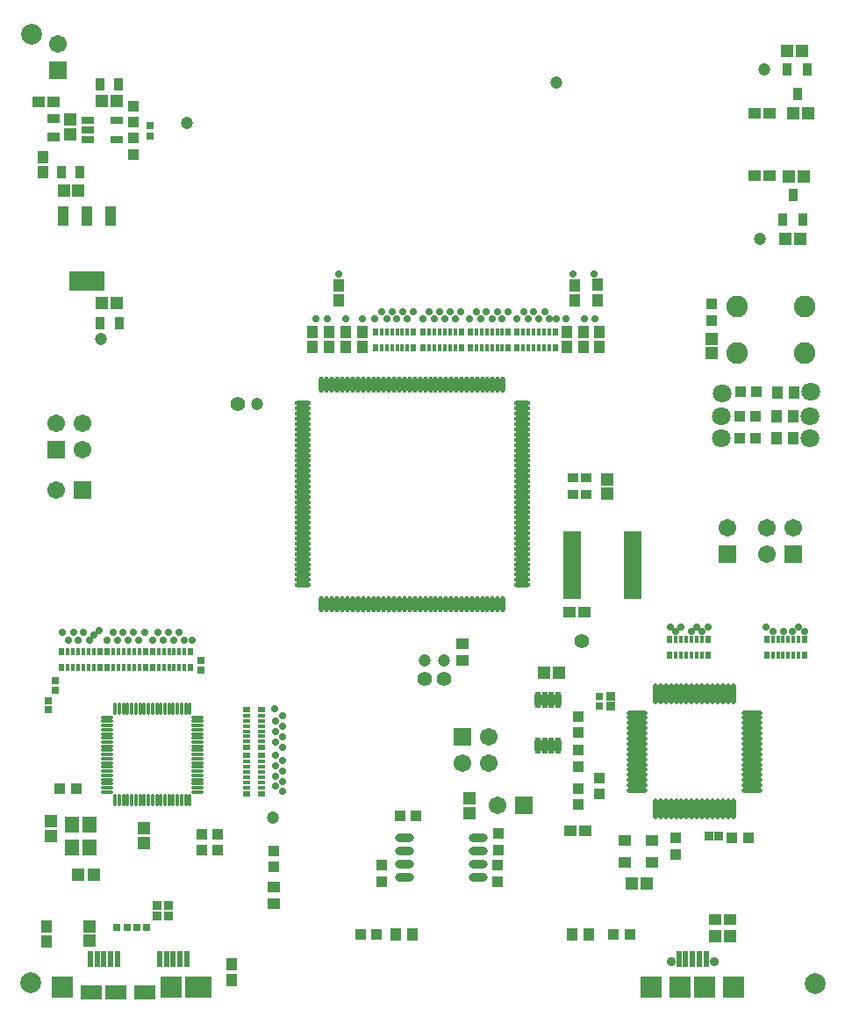
<source format=gts>
G04*
G04 #@! TF.GenerationSoftware,Altium Limited,Altium Designer,20.1.7 (139)*
G04*
G04 Layer_Color=8388736*
%FSLAX25Y25*%
%MOIN*%
G70*
G04*
G04 #@! TF.SameCoordinates,F1024F09-50C5-4513-BE08-2A4FEE95A773*
G04*
G04*
G04 #@! TF.FilePolarity,Negative*
G04*
G01*
G75*
%ADD64R,0.04147X0.04343*%
%ADD65R,0.03950X0.04540*%
%ADD66C,0.02769*%
%ADD67R,0.02473X0.02769*%
%ADD68R,0.01784X0.02769*%
%ADD69R,0.04343X0.04540*%
%ADD70C,0.04737*%
%ADD71R,0.05524X0.06312*%
%ADD72R,0.04343X0.03950*%
%ADD73O,0.02572X0.06312*%
%ADD74R,0.04540X0.04343*%
%ADD75R,0.06607X0.02572*%
%ADD76R,0.02769X0.02473*%
%ADD77R,0.02769X0.01784*%
%ADD78R,0.03477X0.03477*%
%ADD79R,0.03477X0.03477*%
%ADD80R,0.03359X0.04540*%
%ADD81R,0.03084X0.03005*%
%ADD82R,0.04934X0.04737*%
%ADD83R,0.04737X0.04934*%
%ADD84O,0.01587X0.04540*%
%ADD85O,0.04540X0.01587*%
%ADD86O,0.07296X0.03162*%
%ADD87R,0.04540X0.03950*%
%ADD88R,0.04343X0.04147*%
%ADD89R,0.02965X0.02965*%
%ADD90C,0.07874*%
%ADD91R,0.03005X0.03084*%
%ADD92R,0.04540X0.05131*%
%ADD93O,0.01784X0.06312*%
%ADD94O,0.06312X0.01784*%
%ADD95R,0.02375X0.06115*%
%ADD96R,0.07887X0.08280*%
%ADD97R,0.08280X0.08280*%
%ADD98R,0.04737X0.03162*%
%ADD99R,0.03950X0.03556*%
%ADD100R,0.04737X0.03950*%
%ADD101R,0.05131X0.04540*%
%ADD102R,0.08280X0.05524*%
%ADD103R,0.09855X0.08280*%
%ADD104R,0.04540X0.04540*%
%ADD105O,0.07887X0.01981*%
%ADD106O,0.01981X0.07887*%
%ADD107R,0.03950X0.04343*%
%ADD108R,0.03753X0.04737*%
%ADD109R,0.13398X0.07690*%
%ADD110R,0.04343X0.07690*%
%ADD111R,0.04737X0.03753*%
%ADD112C,0.05521*%
%ADD113C,0.06706*%
%ADD114R,0.06706X0.06706*%
%ADD115C,0.07096*%
%ADD116R,0.06706X0.06706*%
%ADD117C,0.08200*%
%ADD118C,0.03556*%
D64*
X241252Y34595D02*
D03*
X247354D02*
D03*
X30972Y89784D02*
D03*
X37075D02*
D03*
X295236Y222921D02*
D03*
X289134D02*
D03*
X295236Y231102D02*
D03*
X289134D02*
D03*
X295449Y240354D02*
D03*
X289347D02*
D03*
X160213Y79362D02*
D03*
X166315D02*
D03*
X145027Y34595D02*
D03*
X151130D02*
D03*
X90878Y72638D02*
D03*
X84776D02*
D03*
X84787Y66445D02*
D03*
X90890D02*
D03*
D65*
X225370Y34595D02*
D03*
X231866D02*
D03*
X303118Y222862D02*
D03*
X309614D02*
D03*
X303118Y231102D02*
D03*
X309614D02*
D03*
X303331Y240248D02*
D03*
X309827D02*
D03*
X164827Y34595D02*
D03*
X158331D02*
D03*
D66*
X233933Y285083D02*
D03*
X219661Y268091D02*
D03*
X207035Y270776D02*
D03*
X210878D02*
D03*
X215142D02*
D03*
X189028D02*
D03*
X192965D02*
D03*
X197012D02*
D03*
X201213D02*
D03*
X171075D02*
D03*
X175012D02*
D03*
X179059D02*
D03*
X183260D02*
D03*
X153067D02*
D03*
X157004D02*
D03*
X161051D02*
D03*
X165252D02*
D03*
X216760Y268094D02*
D03*
X212803D02*
D03*
X208917D02*
D03*
X204594D02*
D03*
X198961D02*
D03*
X195000D02*
D03*
X190961D02*
D03*
X186594D02*
D03*
X181083D02*
D03*
X177122D02*
D03*
X173122D02*
D03*
X168720D02*
D03*
X162961D02*
D03*
X158961D02*
D03*
X155000D02*
D03*
X150571D02*
D03*
X223217D02*
D03*
X225917Y285083D02*
D03*
X234035Y268094D02*
D03*
X230039Y268079D02*
D03*
X145961Y268094D02*
D03*
X139449D02*
D03*
X136945Y285083D02*
D03*
X132405Y268094D02*
D03*
X128205D02*
D03*
X277020Y151311D02*
D03*
X274740Y149488D02*
D03*
X272799Y151311D02*
D03*
X270732Y149488D02*
D03*
X266850Y151311D02*
D03*
X264910Y149488D02*
D03*
X262673Y151311D02*
D03*
X313768Y149488D02*
D03*
X311535Y151311D02*
D03*
X309197Y149488D02*
D03*
X305685D02*
D03*
X301847D02*
D03*
X299051Y151311D02*
D03*
X48988Y146272D02*
D03*
X115362Y88784D02*
D03*
Y92524D02*
D03*
Y96622D02*
D03*
Y100543D02*
D03*
Y105366D02*
D03*
Y109358D02*
D03*
Y113571D02*
D03*
Y117453D02*
D03*
X112748Y90697D02*
D03*
Y94614D02*
D03*
Y98606D02*
D03*
Y102527D02*
D03*
Y107504D02*
D03*
Y111583D02*
D03*
Y115539D02*
D03*
X112437Y120153D02*
D03*
X31878Y149240D02*
D03*
X34051Y146272D02*
D03*
X36122Y149240D02*
D03*
X37972Y146272D02*
D03*
X39941Y149240D02*
D03*
X42016Y146071D02*
D03*
X43976Y148059D02*
D03*
X45980Y149969D02*
D03*
X51024Y149240D02*
D03*
X52979Y146272D02*
D03*
X54937Y149240D02*
D03*
X56897Y146272D02*
D03*
X58854Y149240D02*
D03*
X60791Y146272D02*
D03*
X63028Y149240D02*
D03*
X66144Y146272D02*
D03*
X68193Y149240D02*
D03*
X70205Y146272D02*
D03*
X72134Y149240D02*
D03*
X74138Y146272D02*
D03*
X76256Y149240D02*
D03*
X78035Y146272D02*
D03*
X81118D02*
D03*
D67*
X204659Y257201D02*
D03*
X219128D02*
D03*
Y263106D02*
D03*
X204659D02*
D03*
X186809Y257201D02*
D03*
X201278D02*
D03*
Y263106D02*
D03*
X186809D02*
D03*
X150782Y257201D02*
D03*
X165250D02*
D03*
Y263106D02*
D03*
X150782D02*
D03*
X168939Y257201D02*
D03*
X183407D02*
D03*
Y263106D02*
D03*
X168939D02*
D03*
X66087Y141844D02*
D03*
X80555D02*
D03*
Y135939D02*
D03*
X66087D02*
D03*
X48868Y135941D02*
D03*
X63337D02*
D03*
Y141847D02*
D03*
X48868D02*
D03*
X262636Y146453D02*
D03*
X277104D02*
D03*
Y140547D02*
D03*
X262636D02*
D03*
X31632Y135941D02*
D03*
X46100D02*
D03*
Y141847D02*
D03*
X31632D02*
D03*
X299408Y146382D02*
D03*
X313876D02*
D03*
Y140476D02*
D03*
X299408D02*
D03*
D68*
X206972Y257201D02*
D03*
X208941D02*
D03*
X210910D02*
D03*
X212878D02*
D03*
X214846D02*
D03*
X216815D02*
D03*
Y263106D02*
D03*
X214846D02*
D03*
X212878D02*
D03*
X210910D02*
D03*
X208941D02*
D03*
X206972D02*
D03*
X189122Y257201D02*
D03*
X191091D02*
D03*
X193059D02*
D03*
X195028D02*
D03*
X196996D02*
D03*
X198965D02*
D03*
Y263106D02*
D03*
X196996D02*
D03*
X195028D02*
D03*
X193059D02*
D03*
X191091D02*
D03*
X189122D02*
D03*
X153094Y257201D02*
D03*
X155063D02*
D03*
X157032D02*
D03*
X159000D02*
D03*
X160968D02*
D03*
X162937D02*
D03*
Y263106D02*
D03*
X160968D02*
D03*
X159000D02*
D03*
X157032D02*
D03*
X155063D02*
D03*
X153094D02*
D03*
X171252Y257201D02*
D03*
X173221D02*
D03*
X175189D02*
D03*
X177157D02*
D03*
X179126D02*
D03*
X181095D02*
D03*
Y263106D02*
D03*
X179126D02*
D03*
X177157D02*
D03*
X175189D02*
D03*
X173221D02*
D03*
X171252D02*
D03*
X68400Y141844D02*
D03*
X70368D02*
D03*
X72337D02*
D03*
X74305D02*
D03*
X76274D02*
D03*
X78242D02*
D03*
Y135939D02*
D03*
X76274D02*
D03*
X74305D02*
D03*
X72337D02*
D03*
X70368D02*
D03*
X68400D02*
D03*
X51181Y135941D02*
D03*
X53150D02*
D03*
X55118D02*
D03*
X57087D02*
D03*
X59055D02*
D03*
X61024D02*
D03*
Y141847D02*
D03*
X59055D02*
D03*
X57087D02*
D03*
X55118D02*
D03*
X53150D02*
D03*
X51181D02*
D03*
X264949Y146453D02*
D03*
X266917D02*
D03*
X268886D02*
D03*
X270854D02*
D03*
X272823D02*
D03*
X274791D02*
D03*
Y140547D02*
D03*
X272823D02*
D03*
X270854D02*
D03*
X268886D02*
D03*
X266917D02*
D03*
X264949D02*
D03*
X33945Y135941D02*
D03*
X35913D02*
D03*
X37882D02*
D03*
X39850D02*
D03*
X41819D02*
D03*
X43787D02*
D03*
Y141847D02*
D03*
X41819D02*
D03*
X39850D02*
D03*
X37882D02*
D03*
X35913D02*
D03*
X33945D02*
D03*
X301720Y146382D02*
D03*
X303689D02*
D03*
X305658D02*
D03*
X307626D02*
D03*
X309594D02*
D03*
X311563D02*
D03*
Y140476D02*
D03*
X309594D02*
D03*
X307626D02*
D03*
X305658D02*
D03*
X303689D02*
D03*
X301720D02*
D03*
D69*
X235047Y275319D02*
D03*
Y281028D02*
D03*
X229720Y257445D02*
D03*
Y263154D02*
D03*
X226465Y275075D02*
D03*
Y280784D02*
D03*
X139417Y257445D02*
D03*
Y263154D02*
D03*
X136858Y275043D02*
D03*
Y280752D02*
D03*
X223654Y263154D02*
D03*
Y257445D02*
D03*
X235795Y263154D02*
D03*
Y257445D02*
D03*
X145689Y263154D02*
D03*
Y257445D02*
D03*
X133055Y263154D02*
D03*
Y257445D02*
D03*
X126689Y263154D02*
D03*
Y257445D02*
D03*
X24382Y329488D02*
D03*
Y323780D02*
D03*
X96028Y17331D02*
D03*
Y23039D02*
D03*
X25902Y31969D02*
D03*
Y37677D02*
D03*
D70*
X176677Y138445D02*
D03*
X169528D02*
D03*
X105673Y235957D02*
D03*
X219614Y357732D02*
D03*
X79232Y342512D02*
D03*
X46331Y260358D02*
D03*
X296909Y298516D02*
D03*
X298559Y362791D02*
D03*
X111799Y78980D02*
D03*
D71*
X35587Y67362D02*
D03*
Y76024D02*
D03*
X42279D02*
D03*
Y67362D02*
D03*
D72*
X227787Y104601D02*
D03*
Y98302D02*
D03*
X58866Y330602D02*
D03*
Y336902D02*
D03*
D73*
X212449Y106238D02*
D03*
X215008D02*
D03*
X217567D02*
D03*
X220126D02*
D03*
X212449Y123561D02*
D03*
X215008D02*
D03*
X217567D02*
D03*
X220126D02*
D03*
D74*
X230177Y156697D02*
D03*
X224468D02*
D03*
X294870Y346110D02*
D03*
X300579D02*
D03*
X294874Y322362D02*
D03*
X300583D02*
D03*
X28409Y350472D02*
D03*
X22701D02*
D03*
X230622Y73965D02*
D03*
X224913D02*
D03*
X279866Y40185D02*
D03*
X285575D02*
D03*
D75*
X225390Y186138D02*
D03*
Y183579D02*
D03*
Y181020D02*
D03*
Y178461D02*
D03*
Y175902D02*
D03*
Y173343D02*
D03*
Y170783D02*
D03*
Y168224D02*
D03*
Y165665D02*
D03*
Y163106D02*
D03*
X248524D02*
D03*
Y165665D02*
D03*
Y168224D02*
D03*
Y170783D02*
D03*
Y173343D02*
D03*
Y175902D02*
D03*
Y178461D02*
D03*
Y181020D02*
D03*
Y183579D02*
D03*
Y186138D02*
D03*
D76*
X107602Y102380D02*
D03*
Y87911D02*
D03*
X101697D02*
D03*
Y102380D02*
D03*
Y119896D02*
D03*
Y105427D02*
D03*
X107602D02*
D03*
Y119896D02*
D03*
D77*
Y100067D02*
D03*
Y98098D02*
D03*
Y96130D02*
D03*
Y94161D02*
D03*
Y92193D02*
D03*
Y90224D02*
D03*
X101697D02*
D03*
Y92193D02*
D03*
Y94161D02*
D03*
Y96130D02*
D03*
Y98098D02*
D03*
Y100067D02*
D03*
Y117583D02*
D03*
Y115614D02*
D03*
Y113646D02*
D03*
Y111677D02*
D03*
Y109709D02*
D03*
Y107740D02*
D03*
X107602D02*
D03*
Y109709D02*
D03*
Y111677D02*
D03*
Y113646D02*
D03*
Y115614D02*
D03*
Y117583D02*
D03*
D78*
X240299Y121307D02*
D03*
Y125008D02*
D03*
X67953Y41681D02*
D03*
Y45382D02*
D03*
X72244D02*
D03*
Y41681D02*
D03*
D79*
X277362Y71988D02*
D03*
X281063D02*
D03*
D80*
X311047Y353457D02*
D03*
X307307Y362709D02*
D03*
X314787D02*
D03*
X305598Y305878D02*
D03*
X313079D02*
D03*
X309339Y315130D02*
D03*
D81*
X235858Y121209D02*
D03*
Y124988D02*
D03*
X65102Y337646D02*
D03*
Y341425D02*
D03*
D82*
X43874Y57339D02*
D03*
X37969D02*
D03*
X309335Y346142D02*
D03*
X315240D02*
D03*
X312945Y370000D02*
D03*
X307039D02*
D03*
X312315Y298362D02*
D03*
X306409D02*
D03*
X307693Y322152D02*
D03*
X313598D02*
D03*
D83*
X27411Y77636D02*
D03*
Y71730D02*
D03*
D84*
X51923Y120024D02*
D03*
X53498D02*
D03*
X55073D02*
D03*
X56648D02*
D03*
X58222D02*
D03*
X59797D02*
D03*
X61372D02*
D03*
X62947D02*
D03*
X64522D02*
D03*
X66096D02*
D03*
X67671D02*
D03*
X69246D02*
D03*
X70821D02*
D03*
X72396D02*
D03*
X73970D02*
D03*
X75545D02*
D03*
X77120D02*
D03*
X78695D02*
D03*
X80270D02*
D03*
Y85575D02*
D03*
X78695D02*
D03*
X77120D02*
D03*
X75545D02*
D03*
X73970D02*
D03*
X72396D02*
D03*
X70821D02*
D03*
X69246D02*
D03*
X67671D02*
D03*
X66096D02*
D03*
X64522D02*
D03*
X62947D02*
D03*
X61372D02*
D03*
X59797D02*
D03*
X58222D02*
D03*
X56648D02*
D03*
X55073D02*
D03*
X53498D02*
D03*
X51923D02*
D03*
D85*
X83321Y116972D02*
D03*
Y115398D02*
D03*
Y113823D02*
D03*
Y112248D02*
D03*
Y110673D02*
D03*
Y109098D02*
D03*
Y107524D02*
D03*
Y105949D02*
D03*
Y104374D02*
D03*
Y102799D02*
D03*
Y101224D02*
D03*
Y99650D02*
D03*
Y98075D02*
D03*
Y96500D02*
D03*
Y94925D02*
D03*
Y93350D02*
D03*
Y91776D02*
D03*
Y90201D02*
D03*
Y88626D02*
D03*
X48872D02*
D03*
Y90201D02*
D03*
Y91776D02*
D03*
Y93350D02*
D03*
Y94925D02*
D03*
Y96500D02*
D03*
Y98075D02*
D03*
Y99650D02*
D03*
Y101224D02*
D03*
Y102799D02*
D03*
Y104374D02*
D03*
Y105949D02*
D03*
Y107524D02*
D03*
Y109098D02*
D03*
Y110673D02*
D03*
Y112248D02*
D03*
Y113823D02*
D03*
Y115398D02*
D03*
Y116972D02*
D03*
D86*
X189850Y56177D02*
D03*
Y61177D02*
D03*
Y66177D02*
D03*
Y71177D02*
D03*
X161701Y56177D02*
D03*
Y61177D02*
D03*
Y66177D02*
D03*
Y71177D02*
D03*
D87*
X112232Y52535D02*
D03*
Y46039D02*
D03*
X183945Y144980D02*
D03*
Y138484D02*
D03*
D88*
X112134Y60051D02*
D03*
Y66154D02*
D03*
X278587Y273744D02*
D03*
Y267642D02*
D03*
X58803Y342748D02*
D03*
Y348850D02*
D03*
X197275Y54626D02*
D03*
Y60728D02*
D03*
X227835Y117240D02*
D03*
Y111138D02*
D03*
X235772Y94000D02*
D03*
Y87898D02*
D03*
X227837Y89858D02*
D03*
Y83756D02*
D03*
X264811Y71027D02*
D03*
Y64925D02*
D03*
X197563Y72768D02*
D03*
Y66665D02*
D03*
X153276Y54626D02*
D03*
Y60728D02*
D03*
D89*
X26508Y123319D02*
D03*
Y119776D02*
D03*
X29055Y130701D02*
D03*
Y127157D02*
D03*
X84492Y134937D02*
D03*
Y138480D02*
D03*
D90*
X19748Y16232D02*
D03*
X20122Y376035D02*
D03*
X317764Y15894D02*
D03*
D91*
X56343Y37248D02*
D03*
X60126Y37315D02*
D03*
X63906D02*
D03*
X52563Y37248D02*
D03*
D92*
X278579Y260653D02*
D03*
Y255142D02*
D03*
X238957Y201687D02*
D03*
Y207199D02*
D03*
X186602Y86146D02*
D03*
Y80634D02*
D03*
X42268Y32032D02*
D03*
Y37543D02*
D03*
X34913Y343740D02*
D03*
Y338228D02*
D03*
D93*
X130327Y243311D02*
D03*
X132295D02*
D03*
X134264D02*
D03*
X136232D02*
D03*
X138201D02*
D03*
X140169D02*
D03*
X142138D02*
D03*
X144106D02*
D03*
X146075D02*
D03*
X148043D02*
D03*
X150012D02*
D03*
X151980D02*
D03*
X153949D02*
D03*
X155917D02*
D03*
X157886D02*
D03*
X159854D02*
D03*
X161823D02*
D03*
X163791D02*
D03*
X165760D02*
D03*
X167728D02*
D03*
X169697D02*
D03*
X171665D02*
D03*
X173634D02*
D03*
X175602D02*
D03*
X177571D02*
D03*
X179539D02*
D03*
X181508D02*
D03*
X183476D02*
D03*
X185445D02*
D03*
X187413D02*
D03*
X189382D02*
D03*
X191350D02*
D03*
X193319D02*
D03*
X195287D02*
D03*
X197256D02*
D03*
X199224D02*
D03*
Y159846D02*
D03*
X197256D02*
D03*
X195287D02*
D03*
X193319D02*
D03*
X191350D02*
D03*
X189382D02*
D03*
X187413D02*
D03*
X185445D02*
D03*
X183476D02*
D03*
X181508D02*
D03*
X179539D02*
D03*
X177571D02*
D03*
X175602D02*
D03*
X173634D02*
D03*
X171665D02*
D03*
X169697D02*
D03*
X167728D02*
D03*
X165760D02*
D03*
X163791D02*
D03*
X161823D02*
D03*
X159854D02*
D03*
X157886D02*
D03*
X155917D02*
D03*
X153949D02*
D03*
X151980D02*
D03*
X150012D02*
D03*
X148043D02*
D03*
X146075D02*
D03*
X144106D02*
D03*
X142138D02*
D03*
X140169D02*
D03*
X138201D02*
D03*
X136232D02*
D03*
X134264D02*
D03*
X132295D02*
D03*
X130327D02*
D03*
D94*
X206508Y236028D02*
D03*
Y234059D02*
D03*
Y232091D02*
D03*
Y230122D02*
D03*
Y228154D02*
D03*
Y226185D02*
D03*
Y224217D02*
D03*
Y222248D02*
D03*
Y220280D02*
D03*
Y218311D02*
D03*
Y216343D02*
D03*
Y214374D02*
D03*
Y212406D02*
D03*
Y210437D02*
D03*
Y208469D02*
D03*
Y206500D02*
D03*
Y204531D02*
D03*
Y202563D02*
D03*
Y200594D02*
D03*
Y198626D02*
D03*
Y196657D02*
D03*
Y194689D02*
D03*
Y192720D02*
D03*
Y190752D02*
D03*
Y188783D02*
D03*
Y186815D02*
D03*
Y184846D02*
D03*
Y182878D02*
D03*
Y180909D02*
D03*
Y178941D02*
D03*
Y176972D02*
D03*
Y175004D02*
D03*
Y173035D02*
D03*
Y171067D02*
D03*
Y169098D02*
D03*
Y167130D02*
D03*
X123043D02*
D03*
Y169098D02*
D03*
Y171067D02*
D03*
Y173035D02*
D03*
Y175004D02*
D03*
Y176972D02*
D03*
Y178941D02*
D03*
Y180909D02*
D03*
Y182878D02*
D03*
Y184846D02*
D03*
Y186815D02*
D03*
Y188783D02*
D03*
Y190752D02*
D03*
Y192720D02*
D03*
Y194689D02*
D03*
Y196657D02*
D03*
Y198626D02*
D03*
Y200594D02*
D03*
Y202563D02*
D03*
Y204531D02*
D03*
Y206500D02*
D03*
Y208469D02*
D03*
Y210437D02*
D03*
Y212406D02*
D03*
Y214374D02*
D03*
Y216343D02*
D03*
Y218311D02*
D03*
Y220280D02*
D03*
Y222248D02*
D03*
Y224217D02*
D03*
Y226185D02*
D03*
Y228154D02*
D03*
Y230122D02*
D03*
Y232091D02*
D03*
Y234059D02*
D03*
Y236028D02*
D03*
D95*
X273772Y25028D02*
D03*
X271213D02*
D03*
X268654D02*
D03*
X276331D02*
D03*
X266094D02*
D03*
X73941Y25037D02*
D03*
X42445D02*
D03*
X52681D02*
D03*
X45004D02*
D03*
X50122D02*
D03*
X76500D02*
D03*
X79059D02*
D03*
X47563D02*
D03*
X71382D02*
D03*
X68823D02*
D03*
D96*
X286961Y14496D02*
D03*
X255465D02*
D03*
X31815Y14506D02*
D03*
D97*
X275937Y14496D02*
D03*
X266488D02*
D03*
X73153Y14506D02*
D03*
D98*
X41508Y343583D02*
D03*
Y339843D02*
D03*
Y336102D02*
D03*
X52335D02*
D03*
Y343583D02*
D03*
D99*
X225957Y201396D02*
D03*
Y207892D02*
D03*
X230878Y201396D02*
D03*
Y207892D02*
D03*
D100*
X245650Y62000D02*
D03*
X255886D02*
D03*
Y70268D02*
D03*
X245650D02*
D03*
D101*
X285476Y33882D02*
D03*
X279965D02*
D03*
X214841Y133915D02*
D03*
X220352D02*
D03*
X248220Y53819D02*
D03*
X253732D02*
D03*
X46941Y350728D02*
D03*
X52453D02*
D03*
X32352Y316764D02*
D03*
X37863D02*
D03*
X46987Y274116D02*
D03*
X52499D02*
D03*
D102*
X42839Y12538D02*
D03*
X52287D02*
D03*
X63311D02*
D03*
D103*
X83390Y14506D02*
D03*
D104*
X62665Y75008D02*
D03*
Y69102D02*
D03*
D105*
X250063Y89157D02*
D03*
Y91126D02*
D03*
Y93094D02*
D03*
Y95063D02*
D03*
Y97032D02*
D03*
Y99000D02*
D03*
Y100969D02*
D03*
Y102937D02*
D03*
Y104906D02*
D03*
Y106874D02*
D03*
Y108843D02*
D03*
Y110811D02*
D03*
Y112780D02*
D03*
Y114748D02*
D03*
Y116717D02*
D03*
Y118685D02*
D03*
X293764D02*
D03*
Y116717D02*
D03*
Y114748D02*
D03*
Y112780D02*
D03*
Y110811D02*
D03*
Y108843D02*
D03*
Y106874D02*
D03*
Y104906D02*
D03*
Y102937D02*
D03*
Y100969D02*
D03*
Y99000D02*
D03*
Y97032D02*
D03*
Y95063D02*
D03*
Y93094D02*
D03*
Y91126D02*
D03*
Y89157D02*
D03*
D106*
X257150Y125772D02*
D03*
X259118D02*
D03*
X261087D02*
D03*
X263055D02*
D03*
X265024D02*
D03*
X266992D02*
D03*
X268961D02*
D03*
X270929D02*
D03*
X272898D02*
D03*
X274866D02*
D03*
X276835D02*
D03*
X278803D02*
D03*
X280772D02*
D03*
X282740D02*
D03*
X284709D02*
D03*
X286677D02*
D03*
Y82071D02*
D03*
X284709D02*
D03*
X282740D02*
D03*
X280772D02*
D03*
X278803D02*
D03*
X276835D02*
D03*
X274866D02*
D03*
X272898D02*
D03*
X270929D02*
D03*
X268961D02*
D03*
X266992D02*
D03*
X265024D02*
D03*
X263055D02*
D03*
X261087D02*
D03*
X259118D02*
D03*
X257150D02*
D03*
D107*
X286268Y71232D02*
D03*
X292567D02*
D03*
D108*
X46008Y357228D02*
D03*
X53094D02*
D03*
X38651Y323764D02*
D03*
X31564D02*
D03*
X53329Y266616D02*
D03*
X46243D02*
D03*
D109*
X41107Y282610D02*
D03*
D110*
X32052Y307217D02*
D03*
X41107D02*
D03*
X50163D02*
D03*
D111*
X28417Y337201D02*
D03*
Y344287D02*
D03*
D112*
X229142Y145689D02*
D03*
X176945Y131421D02*
D03*
X169602D02*
D03*
X98465Y235992D02*
D03*
D113*
X299532Y188847D02*
D03*
X309531D02*
D03*
X299532Y178847D02*
D03*
X284429Y188847D02*
D03*
X197157Y83473D02*
D03*
X39575Y228547D02*
D03*
Y218547D02*
D03*
X29575Y228547D02*
D03*
X29658Y203114D02*
D03*
X193705Y99614D02*
D03*
X183705D02*
D03*
X193705Y109614D02*
D03*
X30102Y372547D02*
D03*
D114*
X309531Y178847D02*
D03*
X284429D02*
D03*
X183705Y109614D02*
D03*
X30102Y362547D02*
D03*
D115*
X282213Y222689D02*
D03*
Y231319D02*
D03*
X315902Y222689D02*
D03*
Y231319D02*
D03*
X316114Y240496D02*
D03*
X282425Y239933D02*
D03*
D116*
X207157Y83473D02*
D03*
X29575Y218547D02*
D03*
X39658Y203114D02*
D03*
D117*
X313729Y255045D02*
D03*
X288129D02*
D03*
X313729Y272845D02*
D03*
X288129D02*
D03*
D118*
X279382Y24142D02*
D03*
X263043D02*
D03*
M02*

</source>
